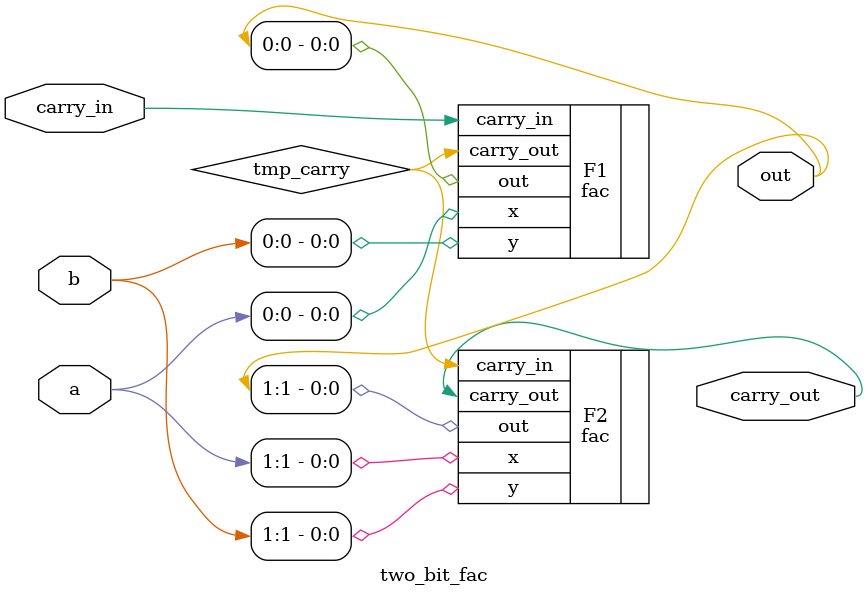
<source format=v>
`include "../fac/fac.v"

module two_bit_fac (
  input [1:0] a, b, 
  input carry_in,
  output [1:0]out,
  output carry_out
);
  
  wire tmp_carry;
  fac F1 (
    .x(a[0]), .y(b[0]), .carry_in(carry_in), .out(out[0]), .carry_out(tmp_carry)
  );
  
  fac F2 (
    .x(a[1]), .y(b[1]), .carry_in(tmp_carry), .out(out[1]), .carry_out(carry_out)
  );
  
endmodule
</source>
